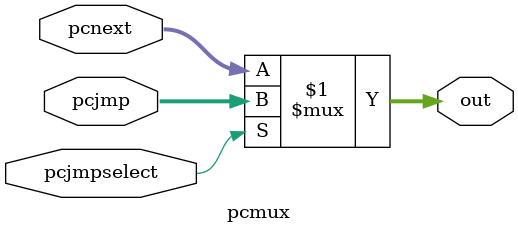
<source format=v>
module pcmux( pcjmpselect,pcnext,pcjmp,out);
input [7:0] pcnext,pcjmp;
output [7:0] out;
input pcjmpselect;
assign out= pcjmpselect ? pcjmp: pcnext;
endmodule
</source>
